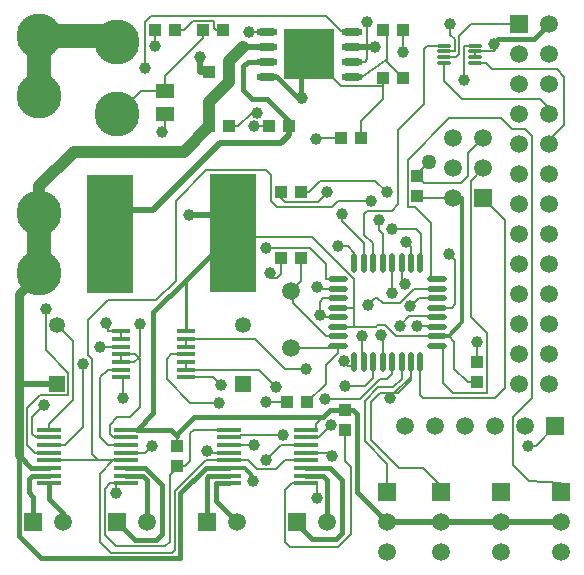
<source format=gtl>
%FSLAX25Y25*%
%MOIN*%
G70*
G01*
G75*
G04 Layer_Physical_Order=1*
G04 Layer_Color=255*
%ADD10R,0.16535X0.16535*%
%ADD11O,0.07087X0.02362*%
%ADD12R,0.03937X0.04331*%
%ADD13R,0.05906X0.05118*%
%ADD14R,0.08465X0.01575*%
%ADD15R,0.08465X0.01575*%
%ADD16R,0.15748X0.39370*%
%ADD17R,0.04331X0.03937*%
%ADD18O,0.06496X0.02165*%
%ADD19O,0.02165X0.06496*%
%ADD20O,0.04921X0.01181*%
%ADD21R,0.06496X0.01181*%
%ADD22C,0.00787*%
%ADD23C,0.01890*%
%ADD24C,0.01575*%
%ADD25C,0.01969*%
%ADD26C,0.01181*%
%ADD27C,0.03937*%
%ADD28C,0.01260*%
%ADD29C,0.07874*%
%ADD30C,0.03150*%
%ADD31C,0.00630*%
%ADD32C,0.01000*%
%ADD33C,0.05315*%
%ADD34R,0.05315X0.05315*%
%ADD35R,0.05906X0.05906*%
%ADD36C,0.05906*%
%ADD37R,0.05906X0.05906*%
%ADD38C,0.15000*%
%ADD39C,0.05906*%
%ADD40C,0.03937*%
%ADD41C,0.05000*%
D10*
X304000Y476000D02*
D03*
D11*
X289827Y483500D02*
D03*
Y478500D02*
D03*
Y473500D02*
D03*
Y468500D02*
D03*
X318173Y483500D02*
D03*
Y478500D02*
D03*
Y473500D02*
D03*
Y468500D02*
D03*
D12*
X316000Y350654D02*
D03*
Y357346D02*
D03*
X340000Y435346D02*
D03*
Y428654D02*
D03*
X360000Y373346D02*
D03*
Y366654D02*
D03*
X260000Y345346D02*
D03*
Y338654D02*
D03*
D13*
X256000Y456260D02*
D03*
Y463740D02*
D03*
D14*
X277106Y350957D02*
D03*
X217106D02*
D03*
D15*
X277106Y348398D02*
D03*
Y345839D02*
D03*
Y343280D02*
D03*
Y340721D02*
D03*
Y338161D02*
D03*
Y335602D02*
D03*
Y333043D02*
D03*
X302894Y350957D02*
D03*
Y348398D02*
D03*
Y345839D02*
D03*
Y343280D02*
D03*
Y340721D02*
D03*
Y338161D02*
D03*
Y335602D02*
D03*
Y333043D02*
D03*
X217106Y348398D02*
D03*
Y345839D02*
D03*
Y343280D02*
D03*
Y340721D02*
D03*
Y338161D02*
D03*
Y335602D02*
D03*
Y333043D02*
D03*
X242894Y350957D02*
D03*
Y348398D02*
D03*
Y345839D02*
D03*
Y343280D02*
D03*
Y340721D02*
D03*
Y338161D02*
D03*
Y335602D02*
D03*
Y333043D02*
D03*
D16*
X237500Y416000D02*
D03*
X278500Y416500D02*
D03*
D17*
X297346Y452000D02*
D03*
X290654D02*
D03*
X277346D02*
D03*
X270654D02*
D03*
X328654Y484000D02*
D03*
X335346D02*
D03*
X321346Y448000D02*
D03*
X314654D02*
D03*
X328654Y468000D02*
D03*
X335346D02*
D03*
X252654Y484000D02*
D03*
X259346D02*
D03*
X268654D02*
D03*
X275346D02*
D03*
X296654Y360000D02*
D03*
X303346D02*
D03*
X294654Y408000D02*
D03*
X301346D02*
D03*
X294654Y430000D02*
D03*
X301346D02*
D03*
X277346Y470000D02*
D03*
X270654D02*
D03*
D18*
X313465Y401024D02*
D03*
Y397874D02*
D03*
Y394724D02*
D03*
Y391575D02*
D03*
Y388425D02*
D03*
Y385276D02*
D03*
Y382126D02*
D03*
Y378976D02*
D03*
X346535D02*
D03*
Y382126D02*
D03*
Y385276D02*
D03*
Y388425D02*
D03*
Y391575D02*
D03*
Y394724D02*
D03*
Y397874D02*
D03*
Y401024D02*
D03*
D19*
X318976Y373465D02*
D03*
X322126D02*
D03*
X325276D02*
D03*
X328425D02*
D03*
X331575D02*
D03*
X334724D02*
D03*
X337874D02*
D03*
X341024D02*
D03*
Y406535D02*
D03*
X337874D02*
D03*
X334724D02*
D03*
X331575D02*
D03*
X328425D02*
D03*
X325276D02*
D03*
X322126D02*
D03*
X318976D02*
D03*
D20*
X359217Y473047D02*
D03*
Y475016D02*
D03*
Y476984D02*
D03*
Y478953D02*
D03*
X348783Y473047D02*
D03*
Y475016D02*
D03*
Y476984D02*
D03*
Y478953D02*
D03*
D21*
X262925Y368323D02*
D03*
Y370882D02*
D03*
Y373441D02*
D03*
Y376000D02*
D03*
Y378559D02*
D03*
Y381118D02*
D03*
Y383677D02*
D03*
X241075Y368323D02*
D03*
Y370882D02*
D03*
Y373441D02*
D03*
Y376000D02*
D03*
Y378559D02*
D03*
Y381118D02*
D03*
Y383677D02*
D03*
D22*
X351000Y482600D02*
Y486000D01*
Y482600D02*
X352425Y481175D01*
Y476984D02*
Y481175D01*
X348783Y476984D02*
X352425D01*
X354000Y482000D02*
X358000Y486000D01*
X354000Y476000D02*
Y482000D01*
X325900Y394900D02*
X326700D01*
X323500Y392500D02*
X325900Y394900D01*
X326700D02*
X328400Y393200D01*
X334154D01*
X318900Y391575D02*
Y401100D01*
X277000Y415000D02*
X278500D01*
X305000D01*
X340000Y385500D02*
X346311D01*
X346535Y385276D01*
X337350Y388650D02*
X346311D01*
X346535Y388425D01*
X334300Y385600D02*
X337350Y388650D01*
X337500Y392000D02*
X337976D01*
X340700Y394724D01*
X346535D01*
X334154Y393200D02*
X338828Y397874D01*
X346535D01*
X335800Y399500D02*
X336000D01*
X334724Y400576D02*
X335800Y399500D01*
X321500Y374091D02*
Y382000D01*
Y374091D02*
X322126Y373465D01*
X313591Y385150D02*
X326195D01*
X313465Y385276D02*
X313591Y385150D01*
X326195D02*
X326695Y385650D01*
X329305D02*
X332828Y382126D01*
X326695Y385650D02*
X329305D01*
X328000Y382500D02*
X328425Y382075D01*
Y373465D02*
Y382075D01*
X332828Y382126D02*
X346535D01*
X385000Y457000D02*
X386000Y456000D01*
X381000Y461000D02*
X385000Y457000D01*
X348700Y366600D02*
Y378976D01*
X344600Y401024D02*
Y419900D01*
X316800Y372300D02*
X318976D01*
X298400Y397200D02*
Y397600D01*
Y393100D02*
Y397200D01*
X327500Y363000D02*
X332300D01*
X239600Y330000D02*
Y333043D01*
X217100Y350957D02*
Y352650D01*
X241900Y361600D02*
Y368323D01*
X306400Y328200D02*
Y333043D01*
X307500Y390400D02*
X309475Y388425D01*
X301200Y468500D02*
X304000D01*
X306300Y350957D02*
Y352746D01*
X340000Y428000D02*
X355000D01*
X366000Y477500D02*
Y479500D01*
X306458Y398428D02*
Y398458D01*
X306500Y398500D01*
X306458Y398428D02*
X307012Y397874D01*
X313465D01*
X308624Y394724D02*
X313465D01*
X307500Y393600D02*
X308624Y394724D01*
X291000Y402000D02*
Y403000D01*
Y402000D02*
X291500Y401500D01*
X294654Y402854D02*
Y408000D01*
X293300Y401500D02*
X294654Y402854D01*
X291500Y401500D02*
X293300D01*
X318900Y385376D02*
Y391575D01*
X313465D02*
X318900D01*
X305000Y415000D02*
X318900Y401100D01*
X350500Y409500D02*
X352500Y407500D01*
Y392650D02*
Y407500D01*
X351425Y391575D02*
X352500Y392650D01*
X346535Y391575D02*
X351425D01*
X330000Y473346D02*
Y482000D01*
Y473346D02*
X335346Y468000D01*
X255000Y450200D02*
X256000Y451200D01*
Y456260D01*
X348783Y467217D02*
X355000Y461000D01*
X381000D01*
X348783Y467217D02*
Y473047D01*
X357800Y388620D02*
X363200Y383220D01*
X357800Y433800D02*
X362000Y438000D01*
X357800Y388620D02*
Y433800D01*
X363200Y363300D02*
Y383220D01*
X352000Y363300D02*
X363200D01*
X346535Y378976D02*
X348700D01*
Y366600D02*
X352000Y363300D01*
X389000Y452500D02*
Y468500D01*
X384000Y447500D02*
X389000Y452500D01*
X386500Y471000D02*
X389000Y468500D01*
X384000Y446000D02*
Y447500D01*
X359217Y473047D02*
X362953D01*
X365000Y471000D02*
X386500D01*
X362953Y473047D02*
X365000Y471000D01*
X357000Y443000D02*
X362000Y448000D01*
X357000Y435600D02*
Y443000D01*
X328425Y406535D02*
Y416150D01*
X327100Y417475D02*
Y420675D01*
Y417475D02*
X328425Y416150D01*
X321654Y468500D02*
X329654Y474000D01*
X318173Y468500D02*
X321654D01*
X294539Y345839D02*
X302894D01*
X289600Y340900D02*
X294539Y345839D01*
X258000Y376000D02*
X262925D01*
X256400Y374400D02*
X258000Y376000D01*
X256400Y367800D02*
Y374400D01*
Y367800D02*
X264300Y359900D01*
X273900D01*
X277106Y345839D02*
X285642D01*
X262925Y368323D02*
X272000D01*
X274412Y365911D01*
X236800Y370882D02*
X241075D01*
X236800Y345839D02*
X242894D01*
X234300Y368382D02*
X236800Y370882D01*
X234300Y348339D02*
Y368382D01*
Y348339D02*
X236800Y345839D01*
X234159Y378559D02*
X241075D01*
X228400Y351739D02*
Y372800D01*
X222500Y345839D02*
X228400Y351739D01*
X217106Y345839D02*
X222500D01*
X314400Y483900D02*
X318173Y483500D01*
X309575Y488725D02*
X314400Y483900D01*
X306500Y448000D02*
X314654D01*
X306300Y447800D02*
X306500Y448000D01*
X249300Y486800D02*
X251225Y488725D01*
X309575D01*
X249300Y471400D02*
Y486800D01*
X272100Y484800D02*
X272900Y484000D01*
X272100Y484800D02*
Y487150D01*
X272900Y484000D02*
X275346D01*
X265300Y487150D02*
X272100D01*
X262150Y484000D02*
X265300Y487150D01*
X259346Y484000D02*
X262150D01*
X323300Y474400D02*
Y486900D01*
X322400Y473500D02*
X323300Y474400D01*
X318173Y473500D02*
X322400D01*
X252654Y478946D02*
Y484000D01*
Y478946D02*
X252700Y478900D01*
X285400Y452000D02*
X290654D01*
X284000Y483500D02*
X289827D01*
X297346Y452000D02*
Y453654D01*
X297100Y452000D02*
X297346D01*
X237500Y416000D02*
Y424200D01*
X316800Y412000D02*
X318976Y409824D01*
X313600Y412000D02*
X316800D01*
X318976Y406535D02*
Y409824D01*
X241075Y381118D02*
Y383677D01*
X236832D02*
X241075D01*
X236347Y386500D02*
X236832Y386015D01*
Y383677D02*
Y386015D01*
X212800Y348398D02*
X217106D01*
X211614Y349583D02*
Y355114D01*
X215500Y359000D01*
X211614Y349583D02*
X212800Y348398D01*
X355575Y478953D02*
X359217D01*
X355575Y467600D02*
Y478953D01*
X322126Y406535D02*
Y413200D01*
X314900Y420426D02*
X322126Y413200D01*
X314900Y420426D02*
Y422700D01*
X343300Y478953D02*
X348783D01*
X342300Y477953D02*
X343300Y478953D01*
X342300Y459500D02*
Y477953D01*
X333700Y450900D02*
X342300Y459500D01*
X333700Y426000D02*
Y450900D01*
X331524Y423824D02*
X333700Y426000D01*
X322350Y422975D02*
X323200Y423824D01*
X331524D01*
X322350Y415925D02*
Y422975D01*
X325276Y406535D02*
Y413000D01*
X322350Y415925D02*
X325276Y413000D01*
X337874Y406535D02*
Y411726D01*
X336200Y413400D02*
X337874Y411726D01*
X313600Y427300D02*
X324400D01*
X331500Y417700D02*
X339500D01*
X291300Y427200D02*
Y435700D01*
X311500Y425200D02*
X313600Y427300D01*
X289600Y437400D02*
X291300Y435700D01*
X293300Y425200D02*
X311500D01*
X291300Y427200D02*
X293300Y425200D01*
X341200Y408976D02*
Y416000D01*
X339500Y417700D02*
X341200Y416000D01*
X341024Y408800D02*
X341200Y408976D01*
X341024Y406535D02*
Y408800D01*
X295820Y340721D02*
X302894D01*
X292850Y337750D02*
X295820Y340721D01*
X283480D02*
X286450Y337750D01*
X292850D01*
X277106Y340721D02*
X283480D01*
X269500Y437400D02*
X289600D01*
X259400Y427300D02*
X269500Y437400D01*
X259400Y400500D02*
Y427300D01*
X253000Y394100D02*
X259400Y400500D01*
X236800Y394100D02*
X253000D01*
X230100Y375950D02*
Y387400D01*
Y375950D02*
X231550Y374500D01*
X230100Y387400D02*
X236800Y394100D01*
X233600Y340721D02*
X238621D01*
X242894D01*
X231550Y342771D02*
Y374500D01*
X269544Y340721D02*
X277106D01*
X259228Y330405D02*
X269544Y340721D01*
X259228Y310700D02*
Y330405D01*
X258300Y309772D02*
X259228Y310700D01*
X237900Y309772D02*
X258300D01*
X231550Y342771D02*
X233600Y340721D01*
X234200Y336300D02*
X238621Y340721D01*
X234200Y313472D02*
Y336300D01*
Y313472D02*
X237900Y309772D01*
X217106Y340721D02*
X233600D01*
X388000Y330000D02*
Y333100D01*
X377100Y333900D02*
X388000Y333100D01*
X371800Y339200D02*
X377100Y333900D01*
X371800Y339200D02*
Y355100D01*
X378200Y361500D01*
Y448800D01*
X376000Y451000D02*
X378200Y448800D01*
X371700Y451000D02*
X376000D01*
X368000Y454700D02*
X371700Y451000D01*
X350700Y454700D02*
X368000D01*
X336800Y440800D02*
X350700Y454700D01*
X336800Y425300D02*
Y440800D01*
Y425300D02*
X339200D01*
X344600Y419900D01*
Y401024D02*
X346535D01*
X325943Y433900D02*
X329843Y430000D01*
X307700Y433900D02*
X325943D01*
X301346Y430000D02*
X303800D01*
X307700Y433900D01*
X334724Y367724D02*
Y373465D01*
X332000Y365000D02*
X334724Y367724D01*
X330000Y330000D02*
Y339500D01*
X327000Y365000D02*
X332000D01*
X322500Y360500D02*
X327000Y365000D01*
X322500Y347000D02*
X330000Y339500D01*
X322500Y347000D02*
Y360500D01*
X331575Y369600D02*
Y373465D01*
X329775Y367800D02*
X331575Y369600D01*
X327573Y367800D02*
X329775D01*
X320973Y361200D02*
X327573Y367800D01*
X310520Y343280D02*
X311600Y342200D01*
X309100Y361200D02*
X320973D01*
X302894Y343280D02*
X310520D01*
X295900Y371000D02*
X302848D01*
X285782Y381118D02*
X295900Y371000D01*
X262925Y381118D02*
X285782D01*
X262925Y378559D02*
Y381118D01*
X311200Y352398D02*
Y352600D01*
X307200Y348398D02*
X311200Y352398D01*
X302894Y348398D02*
X307200D01*
X325276Y368150D02*
Y373465D01*
X322665Y365539D02*
X325276Y368150D01*
X315799Y365539D02*
X322665D01*
X262925Y370882D02*
X287200D01*
X292800Y365282D01*
X262925Y370882D02*
Y373441D01*
X282200Y349000D02*
X295100D01*
X277106Y348398D02*
X282200Y349000D01*
X270420Y343280D02*
X277106D01*
X269800Y343900D02*
X270420Y343280D01*
X318976Y372300D02*
Y373465D01*
X315600Y373500D02*
Y373900D01*
Y373500D02*
X316800Y372300D01*
X249280Y343280D02*
X251600Y345600D01*
X242894Y343280D02*
X249280D01*
X312488Y378000D02*
X313465Y378976D01*
Y376465D02*
Y378976D01*
X309500Y372500D02*
X313465Y376465D01*
X309500Y366154D02*
Y372500D01*
X298000Y378000D02*
X312488D01*
X303346Y360000D02*
X309500Y366154D01*
X301346Y400546D02*
Y408000D01*
X298400Y397600D02*
X301346Y400546D01*
X309374Y382126D02*
X313465D01*
X298000Y397200D02*
X298400Y397600D01*
Y393100D02*
X309374Y382126D01*
X247600Y375341D02*
Y386200D01*
Y358400D02*
Y374400D01*
X247130Y374871D02*
X247600Y375341D01*
X246000Y376000D02*
X247130Y374871D01*
X245700Y373441D02*
X247130Y374871D01*
X247600Y374400D01*
X241075Y376000D02*
X246000D01*
X241075Y373441D02*
X245700D01*
X241075D02*
Y376000D01*
X240000Y355000D02*
X244200D01*
X247600Y358400D01*
X238400Y348398D02*
X242894D01*
X237400Y349398D02*
Y352400D01*
X240000Y355000D01*
X237400Y349398D02*
X238400Y348398D01*
X304100Y411600D02*
X309600Y406100D01*
X289700Y411600D02*
X304100D01*
X309600Y401024D02*
Y406100D01*
Y401024D02*
X313465D01*
X216100Y377342D02*
X223642Y369800D01*
Y362516D02*
Y369800D01*
X214316Y362516D02*
X223642D01*
X216100Y377342D02*
Y391300D01*
X210040Y358240D02*
X214316Y362516D01*
X212620Y343280D02*
X217106D01*
X210040Y345860D02*
Y358240D01*
Y345860D02*
X212620Y343280D01*
X331575Y396400D02*
Y406535D01*
X334724Y400576D02*
Y406535D01*
X379500Y345500D02*
X386000Y352000D01*
X377000Y345500D02*
X379500D01*
X333500Y363000D02*
X337874Y367374D01*
X342000Y338000D02*
X348000Y332000D01*
Y330000D02*
Y332000D01*
X334000Y338000D02*
X342000D01*
X324500Y347500D02*
X334000Y338000D01*
X324500Y347500D02*
Y360000D01*
X327500Y363000D01*
X362000Y428000D02*
X369200Y420800D01*
X366000Y361600D02*
X369200Y364800D01*
Y420800D01*
X341024Y362400D02*
Y373465D01*
X341824Y361600D02*
X366000D01*
X341024Y362400D02*
X341824Y361600D01*
X296500Y468500D02*
X304000Y476000D01*
X280200Y452000D02*
X284800Y456600D01*
X328654Y461200D02*
Y465600D01*
X314400D02*
X328654D01*
X289827Y468500D02*
X293300D01*
X237643Y333043D02*
X239600D01*
X241075Y368323D02*
X241900D01*
X289600Y360000D02*
X296654D01*
X304000Y468500D02*
Y476000D01*
X316000Y340400D02*
Y350654D01*
Y340400D02*
X317900Y338500D01*
Y316200D02*
Y338500D01*
X313600Y311900D02*
X317900Y316200D01*
X297500Y311900D02*
X313600D01*
X295800Y313600D02*
X297500Y311900D01*
X295800Y313600D02*
Y330800D01*
X298043Y333043D01*
X302894D01*
X306400D01*
X321346Y453893D02*
X328654Y461200D01*
X321346Y448000D02*
Y453893D01*
X360000Y373346D02*
Y380200D01*
X277346Y452000D02*
X280200D01*
X284800Y456600D02*
X286700D01*
X239600Y333043D02*
X242894D01*
X239500Y329900D02*
X239600Y330000D01*
X294654Y428000D02*
Y430000D01*
Y428000D02*
X295854Y426800D01*
X306957D01*
X310157Y430000D01*
X304000Y476000D02*
X314400Y465600D01*
X328654D02*
Y468000D01*
X260000Y338654D02*
X262400D01*
X264100Y340354D01*
Y349657D01*
X265400Y350957D01*
X277106D01*
X256000Y463740D02*
Y468900D01*
X268654Y481554D01*
Y484000D01*
X247740Y463740D02*
X256000D01*
X240000Y456000D02*
X247740Y463740D01*
X260000Y338500D02*
Y338654D01*
X257400Y335900D02*
X260000Y338500D01*
X257400Y313600D02*
Y335900D01*
X255800Y312000D02*
X257400Y313600D01*
X239600Y312000D02*
X255800D01*
X235800Y315800D02*
X239600Y312000D01*
X235800Y315800D02*
Y331200D01*
X237643Y333043D01*
X217100Y350957D02*
X217106D01*
X217100Y352650D02*
X225250Y360800D01*
Y380592D01*
X220000Y385843D02*
X225250Y380592D01*
X309475Y388425D02*
X313465D01*
X307500Y390400D02*
Y393600D01*
X365484Y476984D02*
X366000Y477500D01*
X359217Y476984D02*
X362984D01*
X359217Y475016D02*
Y476984D01*
X335346Y476846D02*
Y484000D01*
X340000Y428000D02*
Y428654D01*
X350400Y382126D02*
X352300Y380226D01*
Y371200D02*
X356846Y366654D01*
X352300Y371200D02*
Y380226D01*
X356846Y366654D02*
X360000D01*
X306300Y352746D02*
X308554Y355000D01*
X302894Y350957D02*
X306300D01*
X278500Y416500D02*
Y422400D01*
X277000Y415000D02*
X278500Y416500D01*
X260000Y348800D02*
Y349400D01*
Y345346D02*
Y348800D01*
X242894Y350957D02*
X246457D01*
X359217Y476984D02*
X365484D01*
X358000Y486000D02*
X374000D01*
X353016Y475016D02*
X354000Y476000D01*
X348783Y475016D02*
X353016D01*
X330900Y361600D02*
X332300Y363000D01*
X333500D01*
X332300D02*
X337874Y368574D01*
Y367374D02*
Y368574D01*
Y373465D01*
X354400Y433000D02*
X357000Y435600D01*
X340000Y435346D02*
X342346Y433000D01*
X354400D01*
X340000Y435346D02*
Y436000D01*
X344000Y440000D01*
D23*
X324700Y478500D02*
Y478600D01*
X318173Y478500D02*
X324700D01*
D24*
X273000Y327000D02*
Y333043D01*
Y333087D01*
X293300Y468500D02*
X301200Y460600D01*
Y468500D01*
X262925Y400925D02*
X270200Y408200D01*
X320000Y330000D02*
Y355000D01*
X379000Y481000D02*
X384000Y486000D01*
X367000Y481000D02*
X379000D01*
X320000Y355000D02*
Y356000D01*
X316000Y357346D02*
X318654D01*
X320000Y356000D01*
X283500Y473500D02*
X289827D01*
X269491Y338161D02*
X277106D01*
X261000Y329671D02*
X269491Y338161D01*
X211339D02*
X217106D01*
X261000Y308000D02*
Y329671D01*
X214587Y308000D02*
X261000D01*
X207087Y342413D02*
X211339Y338161D01*
X207087Y315500D02*
X214587Y308000D01*
X207087Y315500D02*
Y342413D01*
X310000Y320000D02*
Y334000D01*
X308398Y335602D02*
X310000Y334000D01*
X302894Y335602D02*
X308398D01*
X310839Y338161D02*
X315000Y334000D01*
Y316500D02*
Y334000D01*
X302894Y338161D02*
X310839D01*
X313000Y314500D02*
X315000Y316500D01*
X305000Y314500D02*
X313000D01*
X300000Y319500D02*
Y320000D01*
Y319500D02*
X305000Y314500D01*
X273043Y333043D02*
X277106D01*
X280000Y320000D02*
Y320500D01*
X279457Y320543D02*
X280000Y320500D01*
X273000Y333087D02*
X273043Y333043D01*
X273000Y327000D02*
X279457Y320543D01*
X270335Y335602D02*
X277106D01*
X270000Y320000D02*
Y334705D01*
X269974Y334731D02*
X270335Y335602D01*
X269974Y334731D02*
X270000Y334705D01*
X250000Y320000D02*
Y334000D01*
X248398Y335602D02*
X250000Y334000D01*
X242894Y335602D02*
X248398D01*
X255000Y316000D02*
Y332500D01*
X249339Y338161D02*
X255000Y332500D01*
X253000Y314000D02*
X255000Y316000D01*
X246000Y314000D02*
X253000D01*
X242894Y338161D02*
X249339D01*
X240000Y320000D02*
X246000Y314000D01*
X222000Y320000D02*
Y323000D01*
X217106Y327894D02*
Y333043D01*
Y327894D02*
X222000Y323000D01*
X211602Y335602D02*
X217106D01*
X212000Y320000D02*
Y328500D01*
X210500Y334500D02*
X211602Y335602D01*
X210500Y330000D02*
X212000Y328500D01*
X210500Y330000D02*
Y334500D01*
X238000Y482000D02*
X240000Y480000D01*
X282000Y464000D02*
X285000Y461000D01*
X290000D02*
X297346Y453654D01*
X285000Y461000D02*
X290000D01*
X282000Y464000D02*
Y472000D01*
X283500Y473500D01*
X320000Y330000D02*
X330000Y320000D01*
X310900Y357346D02*
X316000D01*
X308554Y355000D02*
X310900Y357346D01*
X270200Y408200D02*
X277000Y415000D01*
X252000Y390000D02*
X262925Y400925D01*
X265600Y355000D02*
X308554D01*
X260000Y349400D02*
X265600Y355000D01*
X252000Y356500D02*
Y390000D01*
X246457Y350957D02*
X252000Y356500D01*
X246457Y350957D02*
X257843D01*
X260000Y348800D01*
D25*
X237500Y424200D02*
X251800D01*
X297100Y449200D02*
Y452000D01*
X264000Y422400D02*
X278500D01*
X282000Y478500D02*
X289827D01*
X207244Y366157D02*
X220000D01*
X267500Y470000D02*
X270654D01*
X267500D02*
Y475200D01*
X294400Y446500D02*
X297100Y449200D01*
X274100Y446500D02*
X294400D01*
X251800Y424200D02*
X274100Y446500D01*
X368000Y320000D02*
X388000D01*
X330000D02*
X348000D01*
X368000D01*
D26*
X355000Y386726D02*
Y428000D01*
X365500Y479500D02*
X367000Y481000D01*
X350400Y382126D02*
X355000Y386726D01*
X346535Y382126D02*
X350400D01*
D27*
X277346Y473846D02*
X282000Y478500D01*
X277346Y470000D02*
Y473846D01*
Y466846D02*
Y470000D01*
X270654Y460154D02*
X277346Y466846D01*
X270654Y452000D02*
Y460154D01*
X225500Y443500D02*
X262154D01*
X270654Y452000D01*
X214000Y432000D02*
X225500Y443500D01*
X214000Y423000D02*
Y432000D01*
D28*
X282439Y338161D02*
X285300Y335300D01*
Y333700D02*
Y335300D01*
X277106Y338161D02*
X282439D01*
D29*
X214000Y403000D02*
Y423000D01*
Y462000D02*
Y482000D01*
X238000D01*
D30*
X207087Y396087D02*
X214000Y403000D01*
X207087Y342413D02*
Y396087D01*
D31*
X384000Y456000D02*
X386000D01*
D32*
X262925Y383677D02*
Y400925D01*
D33*
X282000Y385843D02*
D03*
X220000D02*
D03*
D34*
X282000Y366157D02*
D03*
X220000D02*
D03*
D35*
X374000Y486000D02*
D03*
X362000Y428000D02*
D03*
X388000Y330000D02*
D03*
X348000D02*
D03*
X330000D02*
D03*
X368000D02*
D03*
D36*
X384000Y486000D02*
D03*
X374000Y476000D02*
D03*
X384000D02*
D03*
X374000Y466000D02*
D03*
X384000D02*
D03*
X374000Y456000D02*
D03*
X384000D02*
D03*
X374000Y446000D02*
D03*
X384000D02*
D03*
X374000Y436000D02*
D03*
X384000D02*
D03*
X374000Y426000D02*
D03*
X384000D02*
D03*
X374000Y416000D02*
D03*
X384000D02*
D03*
X374000Y406000D02*
D03*
X384000D02*
D03*
X374000Y396000D02*
D03*
X384000D02*
D03*
X374000Y386000D02*
D03*
X384000D02*
D03*
X374000Y376000D02*
D03*
X384000D02*
D03*
X374000Y366000D02*
D03*
X384000D02*
D03*
X310000Y320000D02*
D03*
X280000D02*
D03*
X222000D02*
D03*
X250000D02*
D03*
X352000Y428000D02*
D03*
X362000Y438000D02*
D03*
X352000D02*
D03*
X362000Y448000D02*
D03*
X352000D02*
D03*
X376000Y352000D02*
D03*
X366000D02*
D03*
X356000D02*
D03*
X346000D02*
D03*
X336000D02*
D03*
X388000Y320000D02*
D03*
Y310000D02*
D03*
X348000Y320000D02*
D03*
Y310000D02*
D03*
X330000Y320000D02*
D03*
Y310000D02*
D03*
X368000Y320000D02*
D03*
Y310000D02*
D03*
D37*
X300000Y320000D02*
D03*
X270000D02*
D03*
X212000D02*
D03*
X240000D02*
D03*
X386000Y352000D02*
D03*
D38*
X214000Y482000D02*
D03*
Y403000D02*
D03*
Y462000D02*
D03*
Y423000D02*
D03*
X240000Y456000D02*
D03*
Y480000D02*
D03*
D39*
X298000Y378000D02*
D03*
Y397200D02*
D03*
D40*
X351000Y486000D02*
D03*
X323500Y392500D02*
D03*
X340000Y385500D02*
D03*
X337500Y392000D02*
D03*
X336000Y399500D02*
D03*
X321500Y382000D02*
D03*
X328000Y382500D02*
D03*
X334300Y385600D02*
D03*
X330000Y430000D02*
D03*
X310000D02*
D03*
X306500Y398500D02*
D03*
X291000Y403000D02*
D03*
X307500Y389000D02*
D03*
X331575Y396400D02*
D03*
X350500Y409500D02*
D03*
X255000Y450000D02*
D03*
X285300Y333700D02*
D03*
X327100Y420675D02*
D03*
X326000Y478500D02*
D03*
X267500Y475200D02*
D03*
X289600Y340900D02*
D03*
X273900Y359900D02*
D03*
X285642Y345839D02*
D03*
X274412Y365911D02*
D03*
X234159Y378559D02*
D03*
X228400Y372800D02*
D03*
X306300Y447800D02*
D03*
X249300Y471400D02*
D03*
X323300Y486900D02*
D03*
X252700Y478900D02*
D03*
X285400Y452000D02*
D03*
X284000Y483500D02*
D03*
X313600Y412000D02*
D03*
X236347Y386500D02*
D03*
X215500Y359000D02*
D03*
X355575Y467600D02*
D03*
X314900Y422700D02*
D03*
X336200Y413400D02*
D03*
X324400Y427300D02*
D03*
X331500Y417700D02*
D03*
X311600Y342200D02*
D03*
X309100Y361200D02*
D03*
X311200Y352600D02*
D03*
X302848Y371000D02*
D03*
X315799Y365539D02*
D03*
X295100Y349000D02*
D03*
X292800Y365282D02*
D03*
X269800Y343900D02*
D03*
X315600Y373900D02*
D03*
X251600Y345600D02*
D03*
X247600Y386200D02*
D03*
X289700Y411600D02*
D03*
X216100Y391300D02*
D03*
X377000Y345500D02*
D03*
X330900Y361600D02*
D03*
X289600Y360000D02*
D03*
X306400Y328200D02*
D03*
X241900Y361600D02*
D03*
X301500Y461500D02*
D03*
X360000Y380200D02*
D03*
X286700Y456600D02*
D03*
X239500Y329900D02*
D03*
X365500Y479500D02*
D03*
X335346Y476846D02*
D03*
X264000Y422400D02*
D03*
D41*
X344000Y440000D02*
D03*
M02*

</source>
